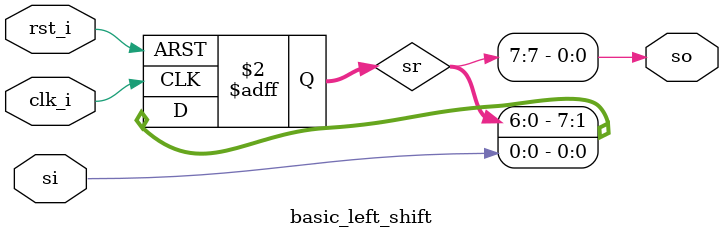
<source format=sv>
module basic_left_shift #(parameter DATA_WIDTH = 8) (
    input clk_i,
    input rst_i,
    input si,            // Serial input
    output so            // Serial output
);
    reg [DATA_WIDTH-1:0] sr;
    
    // 重构以降低功耗并改善时序
    always @(posedge clk_i or posedge rst_i) begin
        if (rst_i)
            sr <= {DATA_WIDTH{1'b0}};
        else
            sr <= {sr[DATA_WIDTH-2:0], si};
    end
    
    // 直接从寄存器中获取输出，减少输出延迟
    assign so = sr[DATA_WIDTH-1];
endmodule
</source>
